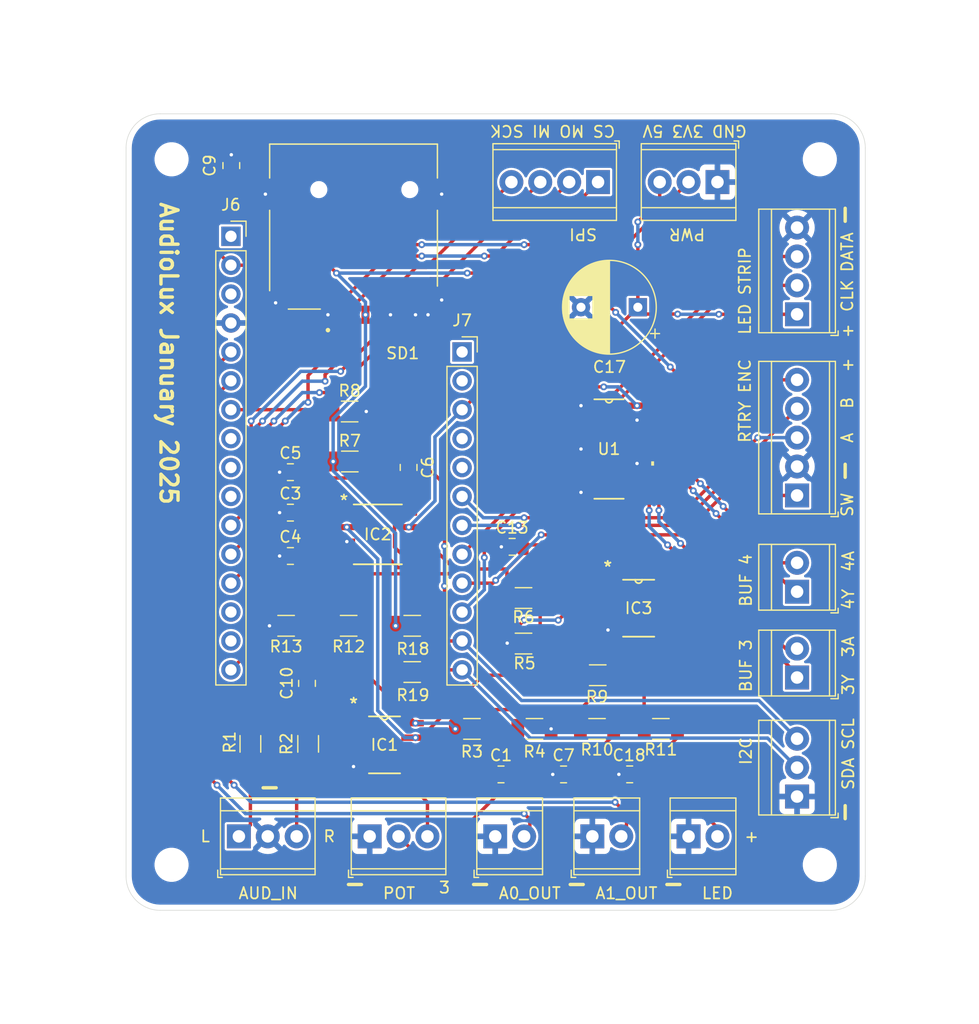
<source format=kicad_pcb>
(kicad_pcb (version 20240108) (generator "pcbnew") (generator_version "8.0")
  (layers (0 "F.Cu" signal) (31 "B.Cu" signal) (34 "B.Paste" user) (35 "F.Paste" user) (36 "B.SilkS" user "B.Silkscreen") (37 "F.SilkS" user "F.Silkscreen") (38 "B.Mask" user) (39 "F.Mask" user) (44 "Edge.Cuts" user))
  (net 0 "")
  (net 1 "GND")
  (net 2 "Net-(C7-Pad2)")
  (net 3 "A1")
  (net 4 "A0")
  (net 5 "3V3")
  (net 6 "A2")
  (net 7 "USB")
  (net 8 "Net-(C10-Pad2)")
  (net 9 "Net-(IC1-2IN+)")
  (net 10 "Net-(IC2-COM)")
  (net 11 "Net-(IC2-CLK)")
  (net 12 "Net-(IC2-OUT)")
  (net 13 "Net-(IC1-1IN+)")
  (net 14 "Net-(IC1-1IN-)")
  (net 15 "Net-(IC1-2IN-)")
  (net 16 "Net-(IC1-2OUT)")
  (net 17 "Net-(IC3-1IN-)")
  (net 18 "Net-(IC3-1OUT)")
  (net 22 "Net-(J4-Pin_2)")
  (net 23 "Net-(J3-Pin_1)")
  (net 24 "Net-(J3-Pin_3)")
  (net 25 "Net-(J5-Pin_2)")
  (net 35 "SD_CS")
  (net 36 "MI")
  (net 37 "TX")
  (net 38 "RX")
  (net 39 "SCK")
  (net 40 "MO")
  (net 41 "SDA")
  (net 42 "SCL")
  (net 43 "Net-(J2-Pin_1)")
  (net 44 "Net-(J2-Pin_2)")
  (net 45 "Net-(J9-Pin_1)")
  (net 46 "Net-(J9-Pin_2)")
  (net 47 "LED_DATA_5V")
  (net 48 "LED_CLK_5V")
  (net 49 "RE_B")
  (net 50 "RE_A")
  (net 51 "LED_DATA_3V3")
  (net 52 "LED_CLK_3V3")
  (net 53 "RE_SW1")
  (footprint "TerminalBlock_TE-Connectivity:TerminalBlock_TE_282834-4_1x04_P2.54mm_Horizontal" (layer "F.Cu") (at 141.5 56 180)
    (property "Reference" "J14" (hide yes))
    (property "Value" "Screw_Terminal_01x04")
  )
  (footprint "Capacitor_SMD:C_0805_2012Metric" (layer "F.Cu") (at 132.968 108.056)
    (property "Reference" "C1")
    (property "Value" "10uF")
  )
  (footprint "TerminalBlock_TE-Connectivity:TerminalBlock_TE_282834-2_1x02_P2.54mm_Horizontal" (layer "F.Cu") (at 132.46 113.5)
    (property "Reference" "J12" (hide yes))
    (property "Value" "Screw_Terminal_01x02")
  )
  (footprint "TerminalBlock_TE-Connectivity:TerminalBlock_TE_282834-3_1x03_P2.54mm_Horizontal" (layer "F.Cu") (at 109.92 113.5)
    (property "Reference" "J3")
    (property "Value" "Screw_Terminal_01x03")
  )
  (footprint "Resistor_SMD:R_1206_3216Metric" (layer "F.Cu") (at 119.5725 94.996 180)
    (property "Reference" "R12")
    (property "Value" "10k")
  )
  (footprint "TerminalBlock_TE-Connectivity:TerminalBlock_TE_282834-2_1x02_P2.54mm_Horizontal" (layer "F.Cu") (at 159 99.54 90)
    (property "Reference" "J9" (hide yes))
    (property "Value" "Screw_Terminal_01x02")
  )
  (footprint "TerminalBlock_TE-Connectivity:TerminalBlock_TE_282834-5_1x05_P2.54mm_Horizontal" (layer "F.Cu") (at 159 83.54 90)
    (property "Reference" "J11" (hide yes))
    (property "Value" "Screw_Terminal_01x05")
  )
  (footprint "Resistor_SMD:R_1206_3216Metric" (layer "F.Cu") (at 125.1605 99.06 180)
    (property "Reference" "R19")
    (property "Value" "10k")
  )
  (footprint "Resistor_SMD:R_1206_3216Metric" (layer "F.Cu") (at 114.0725 94.996 180)
    (property "Reference" "R13")
    (property "Value" "10k")
  )
  (footprint "Resistor_SMD:R_1206_3216Metric" (layer "F.Cu") (at 116.011 105.372 -90)
    (property "Reference" "R2")
    (property "Value" "10k")
  )
  (footprint "MAX7403CSA:21-0041B_8_MXM" (layer "F.Cu") (at 122.135 86.961)
    (property "Reference" "IC2")
    (property "Value" "MAX7403CSA+")
  )
  (footprint "Resistor_SMD:R_1206_3216Metric" (layer "F.Cu") (at 147.0242 104.056 180)
    (property "Reference" "R11")
    (property "Value" "150")
  )
  (footprint "Capacitor_SMD:C_0805_2012Metric" (layer "F.Cu") (at 144.281 108.0516 180)
    (property "Reference" "C18")
    (property "Value" "0.1uF")
  )
  (footprint "Capacitor_THT:CP_Radial_D8.0mm_P5.00mm" (layer "F.Cu") (at 145 67 180)
    (property "Reference" "C17")
    (property "Value" "1000uF")
  )
  (footprint "Capacitor_SMD:C_0805_2012Metric" (layer "F.Cu") (at 124.842 81.079 -90)
    (property "Reference" "C6")
    (property "Value" "10uF")
  )
  (footprint "Capacitor_SMD:C_0805_2012Metric" (layer "F.Cu") (at 109.2544 54.55 -90)
    (property "Reference" "C9")
    (property "Value" "0.1uF")
  )
  (footprint "Resistor_SMD:R_1206_3216Metric" (layer "F.Cu") (at 125.1605 94.996 180)
    (property "Reference" "R18")
    (property "Value" "10k")
  )
  (footprint "Resistor_SMD:R_1206_3216Metric" (layer "F.Cu") (at 141.4725 99.339 180)
    (property "Reference" "R9")
    (property "Value" "22k")
  )
  (footprint "Connector_PinSocket_2.54mm:PinSocket_1x12_P2.54mm_Vertical" (layer "F.Cu") (at 129.5458 70.9296)
    (property "Reference" "J7")
    (property "Value" "Conn_01x12_Socket")
  )
  (footprint "Resistor_SMD:R_1206_3216Metric" (layer "F.Cu") (at 141.4105 104.056 180)
    (property "Reference" "R10")
    (property "Value" "6.2k")
  )
  (footprint "MountingHole:MountingHole_2.5mm" (layer "F.Cu") (at 161 54)
    (property "Reference" "REF**" (hide yes))
    (property "Value" "MountingHole_2.5mm")
  )
  (footprint "TerminalBlock_TE-Connectivity:TerminalBlock_TE_282834-2_1x02_P2.54mm_Horizontal" (layer "F.Cu") (at 141 113.5)
    (property "Reference" "J13" (hide yes))
    (property "Value" "Screw_Terminal_01x02")
  )
  (footprint "TerminalBlock_TE-Connectivity:TerminalBlock_TE_282834-2_1x02_P2.54mm_Horizontal" (layer "F.Cu") (at 149.46 113.5)
    (property "Reference" "J5")
    (property "Value" "Screw_Terminal_01x02")
  )
  (footprint "Resistor_SMD:R_1206_3216Metric" (layer "F.Cu") (at 130.4105 104.056)
    (property "Reference" "R3")
    (property "Value" "10k")
  )
  (footprint "TerminalBlock_TE-Connectivity:TerminalBlock_TE_282834-3_1x03_P2.54mm_Horizontal" (layer "F.Cu") (at 121.42 113.5)
    (property "Reference" "J4")
    (property "Value" "Screw_Terminal_01x03")
  )
  (footprint "MSD-4-A:CUI_MSD-4-A" (layer "F.Cu") (at 120 59.9125 180)
    (property "Reference" "SD1")
    (property "Value" "MSD-4-A")
  )
  (footprint "Capacitor_SMD:C_0805_2012Metric" (layer "F.Cu") (at 114.45 88.862)
    (property "Reference" "C4")
    (property "Value" "0.1uF")
  )
  (footprint "TerminalBlock_TE-Connectivity:TerminalBlock_TE_282834-4_1x04_P2.54mm_Horizontal" (layer "F.Cu") (at 159 67.62 90)
    (property "Reference" "J10" (hide yes))
    (property "Value" "Screw_Terminal_01x04")
  )
  (footprint "MountingHole:MountingHole_2.5mm" (layer "F.Cu") (at 161 116)
    (property "Reference" "REF**" (hide yes))
    (property "Value" "MountingHole_2.5mm")
  )
  (footprint "Connector_PinSocket_2.54mm:PinSocket_1x16_P2.54mm_Vertical" (layer "F.Cu") (at 109.22 60.766)
    (property "Reference" "J6")
    (property "Value" "Conn_01x16_Socket")
  )
  (footprint "Resistor_SMD:R_1206_3216Metric" (layer "F.Cu") (at 134.948 96.556 180)
    (property "Reference" "R5")
    (property "Value" "7.5k")
  )
  (footprint "TerminalBlock_TE-Connectivity:TerminalBlock_TE_282834-3_1x03_P2.54mm_Horizontal" (layer "F.Cu") (at 159 110 90)
    (property "Reference" "J8")
    (property "Value" "Screw_Terminal_01x03")
  )
  (footprint "Capacitor_SMD:C_0805_2012Metric" (layer "F.Cu") (at 115.9105 100.056 -90)
    (property "Reference" "C10")
    (property "Value" "10uF")
  )
  (footprint "Capacitor_SMD:C_0805_2012Metric" (layer "F.Cu") (at 114.45 81.496)
    (property "Reference" "C5")
    (property "Value" "100pF")
  )
  (footprint "TerminalBlock_TE-Connectivity:TerminalBlock_TE_282834-2_1x02_P2.54mm_Horizontal" (layer "F.Cu") (at 159 92 90)
    (property "Reference" "J2" (hide yes))
    (property "Value" "Screw_Terminal_01x02")
  )
  (footprint "MountingHole:MountingHole_2.5mm" (layer "F.Cu") (at 104 54)
    (property "Reference" "REF**" (hide yes))
    (property "Value" "MountingHole_2.5mm")
  )
  (footprint "Resistor_SMD:R_1206_3216Metric" (layer "F.Cu") (at 119.6725 80.556)
    (property "Reference" "R7")
    (property "Value" "10k")
  )
  (footprint "MountingHole:MountingHole_2.5mm" (layer "F.Cu") (at 104 116)
    (property "Reference" "REF**" (hide yes))
    (property "Value" "MountingHole_2.5mm")
  )
  (footprint "Capacitor_SMD:C_0805_2012Metric" (layer "F.Cu") (at 114.45 85.052)
    (property "Reference" "C3")
    (property "Value" "0.1uF")
  )
  (footprint "LMV358IDR:D8" (layer "F.Cu") (at 122.72385 105.461)
    (property "Reference" "IC1")
    (property "Value" "LMV358IDR")
  )
  (footprint "Resistor_SMD:R_1206_3216Metric" (layer "F.Cu") (at 134.948 92.556)
    (property "Reference" "R6")
    (property "Value" "5k")
  )
  (footprint "Resistor_SMD:R_1206_3216Metric" (layer "F.Cu") (at 119.6579 76.162)
    (property "Reference" "R8")
    (property "Value" "10k")
  )
  (footprint "Capacitor_SMD:C_0805_2012Metric" (layer "F.Cu") (at 138.468 108.056)
    (property "Reference" "C7")
    (property "Value" "10uF")
  )
  (footprint "TerminalBlock_TE-Connectivity:TerminalBlock_TE_282834-3_1x03_P2.54mm_Horizontal" (layer "F.Cu") (at 152 56 180)
    (property "Reference" "J1")
    (property "Value" "Screw_Terminal_01x03")
  )
  (footprint "Resistor_SMD:R_1206_3216Metric" (layer "F.Cu") (at 135.9105 104.056)
    (property "Reference" "R4")
    (property "Value" "10k")
  )
  (footprint "Capacitor_SMD:C_0805_2012Metric" (layer "F.Cu") (at 133.948 88.056)
    (property "Reference" "C13")
    (property "Value" "0.1uF")
  )
  (footprint "Resistor_SMD:R_1206_3216Metric" (layer "F.Cu") (at 110.931 105.372 -90)
    (property "Reference" "R1")
    (property "Value" "10k")
  )
  (footprint "SN74AHCT125DR:D14" (layer "F.Cu") (at 142.4638 79.46)
    (property "Reference" "U1")
    (property "Value" "SN74AHCT125DR")
  )
  (footprint "LMV358IDR:D8" (layer "F.Cu") (at 145.07 93.449)
    (property "Reference" "IC3")
    (property "Value" "LMV358IDR")
  )
  (gr_arc (start 165 117) (mid 164.12132 119.12132) (end 162 120) (stroke (width 0.05)) (layer "Edge.Cuts"))
  (gr_line (start 165 53) (end 165 117) (stroke (width 0.05)) (layer "Edge.Cuts"))
  (gr_arc (start 103 120) (mid 100.87868 119.12132) (end 100 117) (stroke (width 0.05)) (layer "Edge.Cuts"))
  (gr_arc (start 100 53) (mid 100.87868 50.87868) (end 103 50) (stroke (width 0.05)) (layer "Edge.Cuts"))
  (gr_arc (start 162 50) (mid 164.12132 50.87868) (end 165 53) (stroke (width 0.05)) (layer "Edge.Cuts"))
  (gr_line (start 103 50) (end 162 50) (stroke (width 0.05)) (layer "Edge.Cuts"))
  (gr_line (start 100 117) (end 100 53) (stroke (width 0.05)) (layer "Edge.Cuts"))
  (gr_line (start 162 120) (end 103 120) (stroke (width 0.05)) (layer "Edge.Cuts"))
  (gr_text "-" (at 164 112.5 90) (layer "F.SilkS") (effects (font (size 1.5 1.5) (thickness 0.3) (bold yes)) (justify left bottom)))
  (gr_text "-" (at 119 118.5 0) (layer "F.SilkS") (effects (font (size 1.5 1.5) (thickness 0.3) (bold yes)) (justify left bottom)))
  (gr_text "A" (at 164 79 90) (layer "F.SilkS") (effects (font (size 1 1)) (justify left bottom)))
  (gr_text "-" (at 164 82.5 90) (layer "F.SilkS") (effects (font (size 1.5 1.5) (thickness 0.3) (bold yes)) (justify left bottom)))
  (gr_text "-" (at 111.5 110 0) (layer "F.SilkS") (effects (font (size 1.5 1.5) (thickness 0.3) (bold yes)) (justify left bottom)))
  (gr_text "SDA" (at 163.5 108 90) (layer "F.SilkS") (effects (font (size 1 1))))
  (gr_text "4Y  4A" (at 163.5 91 90) (layer "F.SilkS") (effects (font (size 1 1))))
  (gr_text "GND 3V3 5V" (at 150 51.5 180) (layer "F.SilkS") (effects (font (size 1 1))))
  (gr_text "AUD_IN" (at 112.5 118.5 0) (layer "F.SilkS") (effects (font (size 1 1))))
  (gr_text "-" (at 164 60 90) (layer "F.SilkS") (effects (font (size 1.5 1.5) (thickness 0.3) (bold yes)) (justify left bottom)))
  (gr_text "+" (at 155 113.5 0) (layer "F.SilkS") (effects (font (size 1 1))))
  (gr_text "POT" (at 124 118.5 0) (layer "F.SilkS") (effects (font (size 1 1))))
  (gr_text "AudioLux January 2025" (at 102.87 57.62 270) (layer "F.SilkS") (effects (font (size 1.5 1.5) (thickness 0.3) (bold yes)) (justify left bottom)))
  (gr_text "RTRY ENC" (at 155 79 90) (layer "F.SilkS") (effects (font (size 1 1)) (justify left bottom)))
  (gr_text "DATA" (at 164 64 90) (layer "F.SilkS") (effects (font (size 1 1)) (justify left bottom)))
  (gr_text "-" (at 147 118.5 0) (layer "F.SilkS") (effects (font (size 1.5 1.5) (thickness 0.3) (bold yes)) (justify left bottom)))
  (gr_text "CS MO MI SCK" (at 137.5 51.5 180) (layer "F.SilkS") (effects (font (size 1 1))))
  (gr_text "BUF 3" (at 154.5 98.5 90) (layer "F.SilkS") (effects (font (size 1 1))))
  (gr_text "L		    R" (at 112.46 113.5 0) (layer "F.SilkS") (effects (font (size 1 1))))
  (gr_text "LED STRIP" (at 155 69.5 90) (layer "F.SilkS") (effects (font (size 1 1)) (justify left bottom)))
  (gr_text "LED" (at 152 118.5 0) (layer "F.SilkS") (effects (font (size 1 1))))
  (gr_text "+" (at 163.5 69 0) (layer "F.SilkS") (effects (font (size 1 1))))
  (gr_text "BUF 4" (at 154.5 91 90) (layer "F.SilkS") (effects (font (size 1 1))))
  (gr_text "SCL" (at 163.5 104.5 90) (layer "F.SilkS") (effects (font (size 1 1))))
  (gr_text "+" (at 163.5 72 0) (layer "F.SilkS") (effects (font (size 1 1))))
  (gr_text "A1_OUT" (at 144 118.5 0) (layer "F.SilkS") (effects (font (size 1 1))))
  (gr_text "3Y  3A" (at 163.5 98.5 90) (layer "F.SilkS") (effects (font (size 1 1))))
  (gr_text "SW" (at 164 85.5 90) (layer "F.SilkS") (effects (font (size 1 1)) (justify left bottom)))
  (gr_text "-" (at 138.5 118.5 0) (layer "F.SilkS") (effects (font (size 1.5 1.5) (thickness 0.3) (bold yes)) (justify left bottom)))
  (gr_text "\n" (at 139 56 0) (layer "F.SilkS") (effects (font (size 1 1))))
  (gr_text "I2C" (at 154.5 106 90) (layer "F.SilkS") (effects (font (size 1 1))))
  (gr_text "PWR" (at 151 60 180) (layer "F.SilkS") (effects (font (size 1 1)) (justify left bottom)))
  (gr_text "3" (at 128 118 0) (layer "F.SilkS") (effects (font (size 1 1))))
  (gr_text "A0_OUT" (at 135.5 118.5 0) (layer "F.SilkS") (effects (font (size 1 1))))
  (gr_text "CLK" (at 164 67.5 90) (layer "F.SilkS") (effects (font (size 1 1)) (justify left bottom)))
  (gr_text "B" (at 164 76 90) (layer "F.SilkS") (effects (font (size 1 1)) (justify left bottom)))
  (gr_text "SPI" (at 141.5 60 180) (layer "F.SilkS") (effects (font (size 1 1)) (justify left bottom)))
  (gr_text "-" (at 130 118.5 0) (layer "F.SilkS") (effects (font (size 1.5 1.5) (thickness 0.3) (bold yes)) (justify left bottom)))
  (via (at 113.5 81.496) (size 0.6) (drill 0.3) (layers "F.Cu" "B.Cu") (net 1))
  (via (at 142.3728 95.3644) (size 0.6) (drill 0.3) (layers "F.Cu" "B.Cu") (net 1))
  (via (at 127.75 66.3625) (size 0.6) (drill 0.3) (layers "F.Cu" "B.Cu") (net 1))
  (via (at 133.5114 96.52) (size 0.6) (drill 0.3) (layers "F.Cu" "B.Cu") (net 1))
  (via (at 137.518 108.056) (size 0.6) (drill 0.3) (layers "F.Cu" "B.Cu") (net 1))
  (via (at 119.41085 87.596) (size 0.6) (drill 0.3) (layers "F.Cu" "B.Cu") (net 1))
  (via (at 144.9276 80.73) (size 0.6) (drill 0.3) (layers "F.Cu" "B.Cu") (net 1))
  (via (at 127.75 57.0625) (size 0.6) (drill 0.3) (layers "F.Cu" "B.Cu") (net 1))
  (via (at 140 83.27) (size 0.6) (drill 0.3) (layers "F.Cu" "B.Cu") (net 1))
  (via (at 113.15 66.6125) (size 0.6) (drill 0.3) (layers "F.Cu" "B.Cu") (net 1))
  (via (at 112.61 94.996) (size 0.6) (drill 0.3) (layers "F.Cu" "B.Cu") (net 1))
  (via (at 117.75 67.6625) (size 0.6) (drill 0.3) (layers "F.Cu" "B.Cu") (net 1))
  (via (at 121.1204 76.162) (size 0.6) (drill 0.3) (layers "F.Cu" "B.Cu") (net 1))
  (via (at 125.45 67.6625) (size 0.6) (drill 0.3) (layers "F.Cu" "B.Cu") (net 1))
  (via (at 123.25 67.6625) (size 0.6) (drill 0.3) (layers "F.Cu" "B.Cu") (net 1))
  (via (at 140 79.46) (size 0.6) (drill 0.3) (layers "F.Cu" "B.Cu") (net 1))
  (via (at 112.25 57.0625) (size 0.6) (drill 0.3) (layers "F.Cu" "B.Cu") (net 1))
  (via (at 132.998 88.056) (size 0.6) (drill 0.3) (layers "F.Cu" "B.Cu") (net 1))
  (via (at 143.331 108.0516) (size 0.6) (drill 0.3) (layers "F.Cu" "B.Cu") (net 1))
  (via (at 113.5 85.052) (size 0.6) (drill 0.3) (layers "F.Cu" "B.Cu") (net 1))
  (via (at 119.9997 107.366) (size 0.6) (drill 0.3) (layers "F.Cu" "B.Cu") (net 1))
  (via (at 126.55 67.6625) (size 0.6) (drill 0.3) (layers "F.Cu" "B.Cu") (net 1))
  (via (at 113.5 88.862) (size 0.6) (drill 0.3) (layers "F.Cu" "B.Cu") (net 1))
  (via (at 137.373 104.056) (size 0.6) (drill 0.3) (layers "F.Cu" "B.Cu") (net 1))
  (via (at 140 75.65) (size 0.6) (drill 0.3) (layers "F.Cu" "B.Cu") (net 1))
  (via (at 144.9276 76.92) (size 0.6) (drill 0.3) (layers "F.Cu" "B.Cu") (net 1))
  (via (at 109.2544 53.6) (size 0.6) (drill 0.3) (layers "F.Cu" "B.Cu") (net 1))
  (segment (start 139.418 108.056) (end 142.873 104.601) (width 0.3) (layer "F.Cu") (net 2))
  (segment (start 107 75.686) (end 109.22 73.466) (width 0.3) (layer "F.Cu") (net 3))
  (segment (start 144 111.5) (end 144 113.5) (width 0.3) (layer "F.Cu") (net 3))
  (segment (start 143 110.5) (end 144 111.5) (width 0.3) (layer "F.Cu") (net 3))
  (segment (start 107 106.5) (end 107 75.686) (width 0.3) (layer "F.Cu") (net 3))
  (segment (start 109.5 109) (end 107 106.5) (width 0.3) (layer "F.Cu") (net 3))
  (via (at 109.5 109) (size 0.6) (drill 0.3) (layers "F.Cu" "B.Cu") (net 3))
  (via (at 143 110.5) (size 0.6) (drill 0.3) (layers "F.Cu" "B.Cu") (net 3))
  (segment (start 111 110.5) (end 143 110.5) (width 0.3) (layer "B.Cu") (net 3))
  (segment (start 109.5 109) (end 111 110.5) (width 0.3) (layer "B.Cu") (net 3))
  (segment (start 135.5 113.5) (end 135.5 112) (width 0.3) (layer "F.Cu") (net 4))
  (segment (start 135.5 112) (end 135 111.5) (width 0.3) (layer "F.Cu") (net 4))
  (segment (start 106 74.146) (end 106 107) (width 0.3) (layer "F.Cu") (net 4))
  (segment (start 109.22 70.926) (end 106 74.146) (width 0.3) (layer "F.Cu") (net 4))
  (segment (start 106 107) (end 108 109) (width 0.3) (layer "F.Cu") (net 4))
  (via (at 108 109) (size 0.6) (drill 0.3) (layers "F.Cu" "B.Cu") (net 4))
  (via (at 135 111.5) (size 0.6) (drill 0.3) (layers "F.Cu" "B.Cu") (net 4))
  (segment (start 110.5 111.5) (end 108 109) (width 0.3) (layer "B.Cu") (net 4))
  (segment (start 135 111.5) (end 110.5 111.5) (width 0.3) (layer "B.Cu") (net 4))
  (segment (start 139.59735 64) (end 141.46 64) (width 0.3) (layer "F.Cu") (net 5))
  (segment (start 147.847349 72.25) (end 148.977349 73.38) (width 0.3) (layer "F.Cu") (net 5))
  (segment (start 141.46 64) (end 149.46 56) (width 0.3) (layer "F.Cu") (net 5))
  (segment (start 141.46 64) (end 130 64) (width 0.3) (layer "F.Cu") (net 5))
  (segment (start 118.5 64) (end 117.806 63.306) (width 0.3) (layer "F.Cu") (net 5))
  (segment (start 123.698 99.06) (end 123.698 94.996) (width 0.3) (layer "F.Cu") (net 5))
  (segment (start 107.5 61.586) (end 109.22 63.306) (width 0.3) (layer "F.Cu") (net 5))
  (segment (start 148.977349 73.38) (end 159 73.38) (width 0.3) (layer "F.Cu") (net 5))
  (segment (start 143.048675 67.451325) (end 139.59735 64) (width 0.3) (layer "F.Cu") (net 5))
  (segment (start 117.806 63.306) (end 109.22 63.306) (width 0.3) (layer "F.Cu") (net 5))
  (segment (start 107.5 57.2544) (end 107.5 61.586) (width 0.3) (layer "F.Cu") (net 5))
  (segment (start 109.2544 55.5) (end 107.5 57.2544) (width 0.3) (layer "F.Cu") (net 5))
  (via (at 121.05 67.6625) (size 0.6) (drill 0.3) (layers "F.Cu" "B.Cu") (net 5))
  (via (at 143.048675 67.451325) (size 0.6) (drill 0.3) (layers "F.Cu" "B.Cu") (net 5))
  (via (at 130 64) (size 0.6) (drill 0.3) (layers "F.Cu" "B.Cu") (net 5))
  (via (at 147.847349 72.25) (size 0.6) (drill 0.3) (layers "F.Cu" "B.Cu") (net 5))
  (via (at 118.21 80.556) (size 0.6) (drill 0.3) (layers "F.Cu" "B.Cu") (net 5))
  (via (at 123.698 94.996) (size 0.6) (drill 0.3) (layers "F.Cu" "B.Cu") (net 5))
  (via (at 118.5 64) (size 0.6) (drill 0.3) (layers "F.Cu" "B.Cu") (net 5))
  (segment (start 147.847349 72.25) (end 143.048675 67.451326) (width 0.3) (layer "B.Cu") (net 5))
  (segment (start 123.698 86.868) (end 118.21 81.38) (width 0.3) (layer "B.Cu") (net 5))
  (segment (start 118.21 76.79) (end 118.21 80.556) (width 0.3) (layer "B.Cu") (net 5))
  (segment (start 123.698 94.996) (end 123.698 86.868) (width 0.3) (layer "B.Cu") (net 5))
  (segment (start 118.5 64) (end 130 64) (width 0.3) (layer "B.Cu") (net 5))
  (segment (start 143.048675 67.451326) (end 143.048675 67.451325) (width 0.3) (layer "B.Cu") (net 5))
  (segment (start 121.05 73.95) (end 118.21 76.79) (width 0.3) (layer "B.Cu") (net 5))
  (segment (start 121.05 67.6625) (end 121.05 73.95) (width 0.3) (layer "B.Cu") (net 5))
  (segment (start 121.05 66.55) (end 121.05 67.6625) (width 0.3) (layer "B.Cu") (net 5))
  (segment (start 118.5 64) (end 121.05 66.55) (width 0.3) (layer "B.Cu") (net 5))
  (segment (start 118.21 80.556) (end 118.21 81.38) (width 0.2) (layer "B.Cu") (net 5))
  (segment (start 109.22 76.006) (end 118.0394 76.006) (width 0.3) (layer "F.Cu") (net 6))
  (segment (start 134.5104 94.9896) (end 128.9896 94.9896) (width 0.3) (layer "F.Cu") (net 6))
  (segment (start 138 94.5) (end 138.416 94.084) (width 0.3) (layer "F.Cu") (net 6))
  (segment (start 125.567 80.129) (end 121.562 80.129) (width 0.3) (layer "F.Cu") (net 6))
  (segment (start 135 94.5) (end 134.5104 94.9896) (width 0.3) (layer "F.Cu") (net 6))
  (segment (start 121.562 80.129) (end 121.135 80.556) (width 0.3) (layer "F.Cu") (net 6))
  (segment (start 128 88) (end 128 82.566946) (width 0.3) (layer "F.Cu") (net 6))
  (segment (start 138.416 94.084) (end 142.34585 94.084) (width 0.3) (layer "F.Cu") (net 6))
  (segment (start 128 94) (end 128 91.5) (width 0.3) (layer "F.Cu") (net 6))
  (segment (start 128.9896 94.9896) (end 128 94) (width 0.3) (layer "F.Cu") (net 6))
  (segment (start 118.1954 76.162) (end 121.135 79.1016) (width 0.3) (layer "F.Cu") (net 6))
  (segment (start 128 82.566946) (end 125.562054 80.129) (width 0.3) (layer "F.Cu") (net 6))
  (segment (start 121.135 79.1016) (end 121.135 80.556) (width 0.3) (layer "F.Cu") (net 6))
  (via (at 128 91.5) (size 0.6) (drill 0.3) (layers "F.Cu" "B.Cu") (net 6))
  (via (at 128 88) (size 0.6) (drill 0.3) (layers "F.Cu" "B.Cu") (net 6))
  (via (at 138 94.5) (size 0.6) (drill 0.3) (layers "F.Cu" "B.Cu") (net 6))
  (via (at 135 94.5) (size 0.6) (drill 0.3) (layers "F.Cu" "B.Cu") (net 6))
  (segment (start 138 94.5) (end 135 94.5) (width 0.3) (layer "B.Cu") (net 6))
  (segment (start 128 88) (end 128 91.5) (width 0.3) (layer "B.Cu") (net 6))
  (segment (start 121.035 99.143) (end 125.448 103.556) (width 0.3) (layer "F.Cu") (net 7))
  (segment (start 138 74) (end 136.5 74) (width 0.3) (layer "F.Cu") (net 7))
  (segment (start 119.41085 88.866) (end 120.96885 90.424) (width 0.3) (layer "F.Cu") (net 7))
  (segment (start 142 74) (end 139 74) (width 0.3) (layer "F.Cu") (net 7))
  (segment (start 145 67) (end 145.60038 67.60038) (width 0.3) (layer "F.Cu") (net 7))
  (segment (start 121.035 94.556) (end 121.035 99.143) (width 0.3) (layer "F.Cu") (net 7))
  (segment (start 135.07 87.884) (end 144.13415 87.884) (width 0.3) (layer "F.Cu") (net 7))
  (segment (start 133.4855 90.0309) (end 133.5114 90.005) (width 0.3) (layer "F.Cu") (net 7))
  (segment (start 131.5554 74) (end 131.5277 74.0277) (width 0.3) (layer "F.Cu") (net 7))
  (segment (start 128.784575 90.005) (end 128.8651 90.005) (width 0.3) (layer "F.Cu") (net 7))
  (segment (start 144.13415 87.884) (end 147.79415 91.544) (width 0.3) (layer "F.Cu") (net 7))
  (segment (start 146.92 57.58) (end 146.92 56) (width 0.3) (layer "F.Cu") (net 7))
  (segment (start 145 61.5) (end 145 67) (width 0.3) (layer "F.Cu") (net 7))
  (segment (start 120.96885 90.424) (end 128.365575 90.424) (width 0.3) (layer "F.Cu") (net 7))
  (segment (start 129.5458 76.0096) (end 131.5277 74.0277) (width 0.3) (layer "F.Cu") (net 7))
  (segment (start 145 59.5) (end 146.92 57.58) (width 0.3) (layer "F.Cu") (net 7))
  (segment (start 152.12 67.62) (end 159 67.62) (width 0.3) (layer "F.Cu") (net 7))
  (segment (start 128.365575 90.424) (end 128.784575 90.005) (width 0.3) (layer "F.Cu") (net 7))
  (segment (start 119.40685 88.862) (end 119.41085 88.866) (width 0.3) (layer "F.Cu") (net 7))
  (segment (start 139 74) (end 136.5 74) (width 0.3) (layer "F.Cu") (net 7))
  (segment (start 145.60038 67.60038) (end 148.5 67.60038) (width 0.3) (layer "F.Cu") (net 7))
  (segment (start 145 67) (end 138 74) (width 0.3) (layer "F.Cu") (net 7))
  (segment (start 136.5 74) (end 131.5554 74) (width 0.3) (layer "F.Cu") (net 7))
  (segment (start 121.035 94.556) (end 121.035 90.49015) (width 0.3) (layer "F.Cu") (net 7))
  (segment (start 133.5114 90.005) (end 134.898 88.6184) (width 0.3) (layer "F.Cu") (net 7))
  (segment (start 133.4855 92.556) (end 133.4855 90.0309) (width 0.3) (layer "F.Cu") (net 7))
  (segment (start 128.8651 90.005) (end 133.5114 90.005) (width 0.3) (layer "F.Cu") (net 7))
  (segment (start 121.035 90.49015) (end 119.41085 88.866) (width 0.2) (layer "F.Cu") (net 7))
  (segment (start 125.1861 86.326) (end 128.8651 90.005) (width 0.3) (layer "F.Cu") (net 7))
  (segment (start 115.4 88.862) (end 119.40685 88.862) (width 0.3) (layer "F.Cu") (net 7))
  (via (at 148.5 67.60038) (size 0.6) (drill 0.3) (layers "F.Cu" "B.Cu") (net 7))
  (via (at 128.948 104.056) (size 0.6) (drill 0.3) (layers "F.Cu" "B.Cu") (net 7))
  (via (at 124.85915 86.326) (size 0.6) (drill 0.3) (layers "F.Cu" "B.Cu") (net 7))
  (via (at 142 74) (size 0.6) (drill 0.3) (layers "F.Cu" "B.Cu") (net 7))
  (via (at 145 61.5) (size 0.6) (drill 0.3) (layers "F.Cu" "B.Cu") (net 7))
  (via (at 145 59.5) (size 0.6) (drill 0.3) (layers "F.Cu" "B.Cu") (net 7))
  (via (at 144.9276 75.65) (size 0.6) (drill 0.3) (layers "F.Cu" "B.Cu") (net 7))
  (via (at 125.448 103.556) (size 0.6) (drill 0.3) (layers "F.Cu" "B.Cu") (net 7))
  (via (at 152.12 67.62) (size 0.6) (drill 0.3) (layers "F.Cu" "B.Cu") (net 7))
  (segment (start 144.9276 75.65) (end 143.2776 74) (width 0.3) (layer "B.Cu") (net 7))
  (segment (start 148.51962 67.62) (end 152.12 67.62) (width 0.3) (layer "B.Cu") (net 7))
  (segment (start 124.85915 86.326) (end 127.1614 84.02375) (width 0.3) (layer "B.Cu") (net 7))
  (segment (start 125.448 103.556) (end 128.448 103.556) (width 0.3) (layer "B.Cu") (net 7))
  (segment (start 127.1614 84.02375) (end 127.1614 78.394) (width 0.3) (layer "B.Cu") (net 7))
  (segment (start 127.1614 78.394) (end 129.5458 76.0096) (width 0.3) (layer "B.Cu") (net 7))
  (segment (start 145 61.5) (end 145 59.5) (width 0.3) (layer "B.Cu") (net 7))
  (segment (start 128.448 103.556) (end 128.948 104.056) (width 0.3) (layer "B.Cu") (net 7))
  (segment (start 143.2776 74) (end 142 74) (width 0.3) (layer "B.Cu") (net 7))
  (segment (start 148.5 67.60038) (end 148.51962 67.62) (width 0.3) (layer "B.Cu") (net 7))
  (segment (start 116.011 103.9095) (end 110.931 103.9095) (width 0.3) (layer "F.Cu") (net 8))
  (segment (start 116.011 103.9095) (end 116.011 101.1065) (width 0.3) (layer "F.Cu") (net 8))
  (segment (start 131.873 107.911) (end 131.873 104.056) (width 0.3) (layer "F.Cu") (net 9))
  (segment (start 134.448 104.056) (end 131.873 104.056) (width 0.3) (layer "F.Cu") (net 9))
  (segment (start 131.87 108.204) (end 126.286 108.204) (width 0.3) (layer "F.Cu") (net 9))
  (segment (start 126.286 108.204) (end 125.448 107.366) (width 0.3) (layer "F.Cu") (net 9))
  (segment (start 126.286562 88.696462) (end 126.286562 89.881822) (width 0.3) (layer "F.Cu") (net 10))
  (segment (start 120.2186 85.056) (end 119.593 85.056) (width 0.3) (layer "F.Cu") (net 10))
  (segment (start 122.5894 88.54466) (end 122.5894 87.4268) (width 0.3) (layer "F.Cu") (net 10))
  (segment (start 125.1861 87.596) (end 126.286562 88.696462) (width 0.3) (layer "F.Cu") (net 10))
  (segment (start 119.40685 85.052) (end 119.41085 85.056) (width 0.3) (layer "F.Cu") (net 10))
  (segment (start 123.926562 89.881822) (end 122.5894 88.54466) (width 0.3) (layer "F.Cu") (net 10))
  (segment (start 115.4 85.052) (end 119.40685 85.052) (width 0.3) (layer "F.Cu") (net 10))
  (segment (start 122.5894 87.4268) (end 120.2186 85.056) (width 0.3) (layer "F.Cu") (net 10))
  (segment (start 126.286562 89.881822) (end 123.926562 89.881822) (width 0.3) (layer "F.Cu") (net 10))
  (segment (start 126.066 83.84915) (end 126.066 81.623) (width 0.3) (layer "F.Cu") (net 11))
  (segment (start 115.4 81.496) (end 115.908 82.004) (width 0.3) (layer "F.Cu") (net 11))
  (segment (start 125.558 81.115) (end 124.0594 81.115) (width 0.3) (layer "F.Cu") (net 11))
  (segment (start 124.85915 85.056) (end 126.066 83.84915) (width 0.3) (layer "F.Cu") (net 11))
  (segment (start 124.0594 81.115) (end 123.1704 82.004) (width 0.3) (layer "F.Cu") (net 11))
  (segment (start 126.066 81.623) (end 125.558 81.115) (width 0.3) (layer "F.Cu") (net 11))
  (segment (start 115.908 82.004) (end 123.1704 82.004) (width 0.3) (layer "F.Cu") (net 11))
  (segment (start 124.3956 88.866) (end 123.6054 88.0758) (width 0.3) (layer "F.Cu") (net 12))
  (segment (start 123.6054 88.0758) (end 123.6054 83.2656) (width 0.3) (layer "F.Cu") (net 12))
  (segment (start 123.6054 83.2656) (end 124.842 82.029) (width 0.3) (layer "F.Cu") (net 12))
  (segment (start 119.53615 106.096) (end 118.11 104.66985) (width 0.3) (layer "F.Cu") (net 13))
  (segment (start 118.11 101.3055) (end 115.9105 99.106) (width 0.3) (layer "F.Cu") (net 13))
  (segment (start 118.11 94.996) (end 115.535 94.996) (width 0.3) (layer "F.Cu") (net 13))
  (segment (start 115.535 98.7305) (end 115.57 98.7655) (width 0.3) (layer "F.Cu") (net 13))
  (segment (start 115.535 94.996) (end 115.535 98.7305) (width 0.3) (layer "F.Cu") (net 13))
  (segment (start 118.11 104.66985) (end 118.11 101.3055) (width 0.3) (layer "F.Cu") (net 13))
  (segment (start 120.826 104.826) (end 126.5 110.5) (width 0.3) (layer "F.Cu") (net 14))
  (segment (start 119.9997 104.826) (end 120.826 104.826) (width 0.3) (layer "F.Cu") (net 14))
  (segment (start 119.9997 103.556) (end 119.9997 104.826) (width 0.3) (layer "F.Cu") (net 14))
  (segment (start 126.5 110.5) (end 126.5 113.5) (width 0.3) (layer "F.Cu") (net 14))
  (segment (start 130.556 105.156) (end 130.556 102.87) (width 0.3) (layer "F.Cu") (net 15))
  (segment (start 139.948 104.056) (end 139.948 102.326) (width 0.3) (layer "F.Cu") (net 15))
  (segment (start 131.064 102.362) (end 139.912 102.362) (width 0.3) (layer "F.Cu") (net 15))
  (segment (start 139.948 102.326) (end 142.935 99.339) (width 0.3) (layer "F.Cu") (net 15))
  (segment (start 130.556 102.87) (end 131.064 102.362) (width 0.3) (layer "F.Cu") (net 15))
  (segment (start 129.616 106.096) (end 130.556 105.156) (width 0.3) (layer "F.Cu") (net 15))
  (segment (start 125.448 106.096) (end 129.616 106.096) (width 0.3) (layer "F.Cu") (net 15))
  (segment (start 139.912 102.362) (end 139.948 102.326) (width 0.3) (layer "F.Cu") (net 15))
  (segment (start 131.39855 99.339) (end 140.01 99.339) (width 0.3) (layer "F.Cu") (net 16))
  (segment (start 125.91155 104.826) (end 131.39855 99.339) (width 0.3) (layer "F.Cu") (net 16))
  (via (at 119.41085 86.326) (size 0.6) (drill 0.3) (layers "F.Cu" "B.Cu") (net 16))
  (via (at 125.448 104.826) (size 0.6) (drill 0.3) (layers "F.Cu" "B.Cu") (net 16))
  (segment (start 125.448 104.826) (end 124.504 104.826) (width 0.3) (layer "B.Cu") (net 16))
  (segment (start 119.41085 86.39785) (end 119.41085 86.326) (width 0.3) (layer "B.Cu") (net 16))
  (segment (start 122.129 89.116) (end 119.41085 86.39785) (width 0.3) (layer "B.Cu") (net 16))
  (segment (start 124.504 104.826) (end 122.129 102.451) (width 0.3) (layer "B.Cu") (net 16))
  (segment (start 122.129 102.451) (end 122.129 89.116) (width 0.3) (layer "B.Cu") (net 16))
  (segment (start 136.6661 92.8116) (end 142.34345 92.8116) (width 0.3) (layer "F.Cu") (net 17))
  (segment (start 136.4105 96.556) (end 136.4105 92.556) (width 0.3) (layer "F.Cu") (net 17))
  (segment (start 145.551 93.551) (end 145.551 104.0453) (width 0.3) (layer "F.Cu") (net 18))
  (segment (start 143.544 91.544) (end 145.551 93.551) (width 0.3) (layer "F.Cu") (net 18))
  (segment (start 142.6728 91.544) (end 143.544 91.544) (width 0.3) (layer "F.Cu") (net 18))
  (segment (start 133.918 108.582) (end 127 115.5) (width 0.3) (layer "F.Cu") (net 22))
  (segment (start 127 115.5) (end 125.96 115.5) (width 0.3) (layer "F.Cu") (net 22))
  (segment (start 133.918 108.056) (end 133.918 108.582) (width 0.3) (layer "F.Cu") (net 22))
  (segment (start 125.96 115.5) (end 123.96 113.5) (width 0.3) (layer "F.Cu") (net 22))
  (segment (start 110.931 112.489) (end 109.92 113.5) (width 0.3) (layer "F.Cu") (net 23))
  (segment (start 110.931 106.8345) (end 110.931 112.489) (width 0.3) (layer "F.Cu") (net 23))
  (segment (start 115 107.8455) (end 115 113.5) (width 0.3) (layer "F.Cu") (net 24))
  (segment (start 116.011 106.8345) (end 115 107.8455) (width 0.3) (layer "F.Cu") (net 24))
  (segment (start 148.4867 104.056) (end 148.4867 104.8111) (width 0.3) (layer "F.Cu") (net 25))
  (segment (start 145.231 108.0516) (end 147.3116 108.0516) (width 0.3) (layer "F.Cu") (net 25))
  (segment (start 147.3116 108.0516) (end 152 112.74) (width 0.3) (layer "F.Cu") (net 25))
  (segment (start 152 112.74) (end 152 113) (width 0.3) (layer "F.Cu") (net 25))
  (segment (start 148.4867 104.8111) (end 145.2462 108.0516) (width 0.3) (layer "F.Cu") (net 25))
  (segment (start 116 73) (end 118.85 70.15) (width 0.3) (layer "F.Cu") (net 35))
  (segment (start 118.85 70.15) (end 118.85 67.6625) (width 0.3) (layer "F.Cu") (net 35))
  (segment (start 126 61.5) (end 123.9125 61.5) (width 0.3) (layer "F.Cu") (net 35))
  (segment (start 116 75.356) (end 116 73) (width 0.3) (layer "F.Cu") (net 35))
  (segment (start 135 61.5) (end 136 61.5) (width 0.3) (layer "F.Cu") (net 35))
  (segment (start 114 77) (end 112.5 78.5) (width 0.3) (layer "F.Cu") (net 35))
  (segment (start 136 61.5) (end 141.5 56) (width 0.3) (layer "F.Cu") (net 35))
  (segment (start 118.85 66.5625) (end 118.85 67.6625) (width 0.3) (layer "F.Cu") (net 35))
  (segment (start 111 93.418276) (end 111 97.086) (width 0.3) (layer "F.Cu") (net 35))
  (segment (start 123.9125 61.5) (end 118.85 66.5625) (width 0.3) (layer "F.Cu") (net 35))
  (segment (start 112.5 91.918276) (end 111 93.418276) (width 0.3) (layer "F.Cu") (net 35))
  (segment (start 112.5 78.5) (end 112.5 91.918276) (width 0.3) (layer "F.Cu") (net 35))
  (segment (start 111 97.086) (end 109.22 98.866) (width 0.3) (layer "F.Cu") (net 35))
  (via (at 135 61.5) (size 0.6) (drill 0.3) (layers "F.Cu" "B.Cu") (net 35))
  (via (at 114 77) (size 0.6) (drill 0.3) (layers "F.Cu" "B.Cu") (net 35))
  (via (at 116 75.356) (size 0.6) (drill 0.3) (layers "F.Cu" "B.Cu") (net 35))
  (via (at 126 61.5) (size 0.6) (drill 0.3) (layers "F.Cu" "B.Cu") (net 35))
  (segment (start 116 75.356) (end 115.644 75.356) (width 0.3) (layer "B.Cu") (net 35))
  (segment (start 126 61.5) (end 135 61.5) (width 0.3) (layer "B.Cu") (net 35))
  (segment (start 115.644 75.356) (end 114 77) (width 0.3) (layer "B.Cu") (net 35))
  (segment (start 112 88.466) (end 109.22 91.246) (width 0.3) (layer "F.Cu") (net 36))
  (segment (start 124.35 66.9125) (end 126.7625 64.5) (width 0.3) (layer "F.Cu") (net 36))
  (segment (start 124.35 67.6625) (end 124.35 66.9125) (width 0.3) (layer "F.Cu") (net 36))
  (segment (start 124.35 68.4125) (end 124.35 67.6625) (width 0.3) (layer "F.Cu") (net 36))
  (segment (start 127.92 64.5) (end 136.42 56) (width 0.3) (layer "F.Cu") (net 36))
  (segment (start 112 78) (end 112 88.466) (width 0.3) (layer "F.Cu") (net 36))
  (segment (start 118.2625 74.5) (end 124.35 68.4125) (width 0.3) (layer "F.Cu") (net 36))
  (segment (start 126.7625 64.5) (end 127.92 64.5) (width 0.3) (layer "F.Cu") (net 36))
  (segment (start 113 77) (end 112 78) (width 0.3) (layer "F.Cu") (net 36))
  (segment (start 117 74.5) (end 118.2625 74.5) (width 0.3) (layer "F.Cu") (net 36))
  (via (at 113 77) (size 0.6) (drill 0.3) (layers "F.Cu" "B.Cu") (net 36))
  (via (at 117 74.5) (size 0.6) (drill 0.3) (layers "F.Cu" "B.Cu") (net 36))
  (segment (start 115.5 74.5) (end 113 77) (width 0.3) (layer "B.Cu") (net 36))
  (segment (start 117 74.5) (end 115.5 74.5) (width 0.3) (layer "B.Cu") (net 36))
  (segment (start 111 77) (end 111 84.386) (width 0.3) (layer "F.Cu") (net 39))
  (segment (start 122.15 69.35) (end 122.15 67.6625) (width 0.3) (layer "F.Cu") (net 39))
  (segment (start 125.5 63.5) (end 126.38 63.5) (width 0.3) (layer "F.Cu") (net 39))
  (segment (start 126.38 63.5) (end 133.88 56) (width 0.3) (layer "F.Cu") (net 39))
  (segment (start 122.15 66.85) (end 125.5 63.5) (width 0.3) (layer "F.Cu") (net 39))
  (segment (start 111 84.386) (end 109.22 86.166) (width 0.3) (layer "F.Cu") (net 39))
  (segment (start 122.15 67.6625) (end 122.15 66.85) (width 0.3) (layer "F.Cu") (net 39))
  (segment (start 118.86538 72.63462) (end 122.15 69.35) (width 0.3) (layer "F.Cu") (net 39))
  (via (at 111 77) (size 0.6) (drill 0.3) (layers "F.Cu" "B.Cu") (net 39))
  (via (at 118.86538 72.63462) (size 0.6) (drill 0.3) (layers "F.Cu" "B.Cu") (net 39))
  (segment (start 118.86538 72.63462) (end 115.36538 72.63462) (width 0.3) (layer "B.Cu") (net 39))
  (segment (start 115.36538 72.63462) (end 111 77) (width 0.3) (layer "B.Cu") (net 39))
  (segment (start 117.5 72.925) (end 119.95 70.475) (width 0.3) (layer "F.Cu") (net 40))
  (segment (start 111.5 77.5) (end 111.5 86.426) (width 0.3) (layer "F.Cu") (net 40))
  (segment (start 131.5 62.5) (end 132.46 62.5) (width 0.3) (layer "F.Cu") (net 40))
  (segment (start 119.95 66.9125) (end 119.95 67.6625) (width 0.3) (layer "F.Cu") (net 40))
  (segment (start 119.95 70.475) (end 119.95 67.6625) (width 0.3) (layer "F.Cu") (net 40))
  (segment (start 124.3625 62.5) (end 119.95 66.9125) (width 0.3) (layer "F.Cu") (net 40))
  (segment (start 126 62.5) (end 124.3625 62.5) (width 0.3) (layer "F.Cu") (net 40))
  (segment (start 117.5 73.5) (end 117.5 72.925) (width 0.3) (layer "F.Cu") (net 40))
  (segment (start 112 77) (end 111.5 77.5) (width 0.3) (layer "F.Cu") (net 40))
  (segment (start 111.5 86.426) (end 109.22 88.706) (width 0.3) (layer "F.Cu") (net 40))
  (segment (start 132.46 62.5) (end 138.96 56) (width 0.3) (layer "F.Cu") (net 40))
  (via (at 112 77) (size 0.6) (drill 0.3) (layers "F.Cu" "B.Cu") (net 40))
  (via (at 117.5 73.5) (size 0.6) (drill 0.3) (layers "F.Cu" "B.Cu") (net 40))
  (via (at 126 62.5) (size 0.6) (drill 0.3) (layers "F.Cu" "B.Cu") (net 40))
  (via (at 131.5 62.5) (size 0.6) (drill 0.3) (layers "F.Cu" "B.Cu") (net 40))
  (segment (start 117.5 73.5) (end 115.5 73.5) (width 0.3) (layer "B.Cu") (net 40))
  (segment (start 115.5 73.5) (end 112 77) (width 0.3) (layer "B.Cu") (net 40))
  (segment (start 126 62.5) (end 131.5 62.5) (width 0.3) (layer "B.Cu") (net 40))
  (segment (start 126.8134 98.8696) (end 129.5458 98.8696) (width 0.3) (layer "F.Cu") (net 41))
  (segment (start 156.404 104.864) (end 159 107.46) (width 0.3) (layer "B.Cu") (net 41))
  (segment (start 135.5402 104.864) (end 156.404 104.864) (width 0.3) (layer "B.Cu") (net 41))
  (segment (start 129.5458 98.8696) (end 135.5402 104.864) (width 0.3) (layer "B.Cu") (net 41))
  (segment (start 129.5458 96.3296) (end 127.9566 96.3296) (width 0.3) (layer "F.Cu") (net 42))
  (segment (start 127.9566 96.3296) (end 126.623 94.996) (width 0.3) (layer "F.Cu") (net 42))
  (segment (start 155.642 101.562) (end 159 104.92) (width 0.3) (layer "B.Cu") (net 42))
  (segment (start 134.7782 101.562) (end 155.642 101.562) (width 0.3) (layer "B.Cu") (net 42))
  (segment (start 129.5458 96.3296) (end 134.7782 101.562) (width 0.3) (layer "B.Cu") (net 42))
  (segment (start 151.875 85.125) (end 158.75 92) (width 0.3) (layer "F.Cu") (net 43))
  (segment (start 149.875 83.125) (end 146.21 79.46) (width 0.3) (layer "F.Cu") (net 43))
  (segment (start 158.75 92) (end 159 92) (width 0.3) (layer "F.Cu") (net 43))
  (segment (start 146.21 79.46) (end 144.9276 79.46) (width 0.3) (layer "F.Cu") (net 43))
  (via (at 149.875 83.125) (size 0.6) (drill 0.3) (layers "F.Cu" "B.Cu") (net 43))
  (via (at 151.875 85.125) (size 0.6) (drill 0.3) (layers "F.Cu" "B.Cu") (net 43))
  (segment (start 149.875 83.125) (end 151.875 85.125) (width 0.3) (layer "B.Cu") (net 43))
  (segment (start 150.5 82.5) (end 146.19 78.19) (width 0.3) (layer "F.Cu") (net 44))
  (segment (start 152.5 84.5) (end 157.46 89.46) (width 0.3) (layer "F.Cu") (net 44))
  (segment (start 157.46 89.46) (end 159 89.46) (width 0.3) (layer "F.Cu") (net 44))
  (segment (start 146.19 78.19) (end 144.9276 78.19) (width 0.3) (layer "F.Cu") (net 44))
  (via (at 152.5 84.5) (size 0.6) (drill 0.3) (layers "F.Cu" "B.Cu") (net 44))
  (via (at 150.5 82.5) (size 0.6) (drill 0.3) (layers "F.Cu" "B.Cu") (net 44))
  (segment (start 150.5 82.5) (end 152.5 84.5) (width 0.3) (layer "B.Cu") (net 44))
  (segment (start 147.615 87.885) (end 159 99.27) (width 0.3) (layer "F.Cu") (net 45))
  (segment (start 146 84.3424) (end 144.9276 83.27) (width 0.3) (layer "F.Cu") (net 45))
  (segment (start 146 84.85) (end 146 84.3424) (width 0.3) (layer "F.Cu") (net 45))
  (segment (start 159 99.27) (end 159 99.54) (width 0.3) (layer "F.Cu") (net 45))
  (via (at 147.615 87.885) (size 0.6) (drill 0.3) (layers "F.Cu" "B.Cu") (net 45))
  (via (at 146 84.85) (size 0.6) (drill 0.3) (layers "F.Cu" "B.Cu") (net 45))
  (segment (start 146 86.27) (end 147.615 87.885) (width 0.3) (layer "B.Cu") (net 45))
  (segment (start 146 84.85) (end 146 86.27) (width 0.3) (layer "B.Cu") (net 45))
  (segment (start 148.75 87.75) (end 158 97) (width 0.3) (layer "F.Cu") (net 46))
  (segment (start 146.85 84.85) (end 146.85 83.2112) (width 0.3) (layer "F.Cu") (net 46))
  (segment (start 158 97) (end 159 97) (width 0.3) (layer "F.Cu") (net 46))
  (segment (start 145.6388 82) (end 144.9276 82) (width 0.3) (layer "F.Cu") (net 46))
  (segment (start 146.85 83.2112) (end 145.6388 82) (width 0.3) (layer "F.Cu") (net 46))
  (via (at 146.85 84.85) (size 0.6) (drill 0.3) (layers "F.Cu" "B.Cu") (net 46))
  (via (at 148.75 87.75) (size 0.6) (drill 0.3) (layers "F.Cu" "B.Cu") (net 46))
  (segment (start 146.85 85.85) (end 148.75 87.75) (width 0.3) (layer "B.Cu") (net 46))
  (segment (start 146.85 84.85) (end 146.85 85.85) (width 0.3) (layer "B.Cu") (net 46))
  (segment (start 140.7 78.19) (end 142 76.89) (width 0.3) (layer "F.Cu") (net 47))
  (segment (start 142 75.5) (end 154.96 62.54) (width 0.3) (layer "F.Cu") (net 47))
  (segment (start 142 76.89) (end 142 75.5) (width 0.3) (layer "F.Cu") (net 47))
  (segment (start 154.96 62.54) (end 159 62.54) (width 0.3) (layer "F.Cu") (net 47))
  (segment (start 140 78.19) (end 140.7 78.19) (width 0.3) (layer "F.Cu") (net 47))
  (segment (start 143 75.5) (end 153.42 65.08) (width 0.3) (layer "F.Cu") (net 48))
  (segment (start 153.42 65.08) (end 159 65.08) (width 0.3) (layer "F.Cu") (net 48))
  (segment (start 141.5 81.2) (end 141.5 78.5) (width 0.3) (layer "F.Cu") (net 48))
  (segment (start 140 82) (end 140.7 82) (width 0.3) (layer "F.Cu") (net 48))
  (segment (start 141.5 78.5) (end 143 77) (width 0.3) (layer "F.Cu") (net 48))
  (segment (start 143 77) (end 143 75.5) (width 0.3) (layer "F.Cu") (net 48))
  (segment (start 158.92 65) (end 159 65.08) (width 0.3) (layer "F.Cu") (net 48))
  (segment (start 140.7 82) (end 141.5 81.2) (width 0.3) (layer "F.Cu") (net 48))
  (segment (start 148.7504 86.1696) (end 159 75.92) (width 0.3) (layer "F.Cu") (net 49))
  (segment (start 134.5 86.1696) (end 148.7504 86.1696) (width 0.3) (layer "F.Cu") (net 49))
  (via (at 134.5 86.1696) (size 0.6) (drill 0.3) (layers "F.Cu" "B.Cu") (net 49))
  (segment (start 129.5458 86.1696) (end 134.5 86.1696) (width 0.3) (layer "B.Cu") (net 49))
  (segment (start 148.5 85.5) (end 135 85.5) (width 0.3) (layer "F.Cu") (net 50))
  (segment (start 155.54 78.46) (end 148.5 85.5) (width 0.3) (layer "F.Cu") (net 50))
  (via (at 155.54 78.46) (size 0.6) (drill 0.3) (layers "F.Cu" "B.Cu") (net 50))
  (via (at 135 85.5) (size 0.6) (drill 0.3) (layers "F.Cu" "B.Cu") (net 50))
  (segment (start 129.5458 83.6296) (end 131.4162 85.5) (width 0.3) (layer "B.Cu") (net 50))
  (segment (start 155.54 78.46) (end 159 78.46) (width 0.3) (layer "B.Cu") (net 50))
  (segment (start 131.4162 85.5) (end 135 85.5) (width 0.3) (layer "B.Cu") (net 50))
  (segment (start 129.5458 88.7096) (end 138 80.2554) (width 0.3) (layer "F.Cu") (net 51))
  (segment (start 138 78.22) (end 139.3 76.92) (width 0.3) (layer "F.Cu") (net 51))
  (segment (start 138 80.2554) (end 138 78.22) (width 0.3) (layer "F.Cu") (net 51))
  (segment (start 139.3 76.92) (end 140 76.92) (width 0.3) (layer "F.Cu") (net 51))
  (segment (start 138.506772 80.73) (end 140 80.73) (width 0.3) (layer "F.Cu") (net 52))
  (segment (start 131.5 89) (end 131.5 87.736772) (width 0.3) (layer "F.Cu") (net 52))
  (segment (start 131.5 87.736772) (end 138.506772 80.73) (width 0.3) (layer "F.Cu") (net 52))
  (via (at 131.5 89) (size 0.6) (drill 0.3) (layers "F.Cu" "B.Cu") (net 52))
  (segment (start 131.5 89) (end 131.5 91.8354) (width 0.3) (layer "B.Cu") (net 52))
  (segment (start 131.5 91.8354) (end 129.5458 93.7896) (width 0.3) (layer "B.Cu") (net 52))
  (segment (start 132.2504 91.2496) (end 132.5 91) (width 0.3) (layer "F.Cu") (net 53))
  (segment (start 152.46 83.54) (end 159 83.54) (width 0.3) (layer "F.Cu") (net 53))
  (segment (start 129.5458 91.2496) (end 132.2504 91.2496) (width 0.3) (layer "F.Cu") (net 53))
  (segment (start 136.5 87) (end 149 87) (width 0.3) (layer "F.Cu") (net 53))
  (segment (start 149 87) (end 152.46 83.54) (width 0.3) (layer "F.Cu") (net 53))
  (via (at 132.5 91) (size 0.6) (drill 0.3) (layers "F.Cu" "B.Cu") (net 53))
  (via (at 136.5 87) (size 0.6) (drill 0.3) (layers "F.Cu" "B.Cu") (net 53))
  (segment (start 132.5 91) (end 136.5 87) (width 0.3) (layer "B.Cu") (net 53))
  (zone (net 1) (net_name "GND") (layer "B.Cu") (connect_pads (clearance 0)) (min_thickness 0.25) (fill yes (thermal_gap 0.5) (thermal_bridge_width 0.5))
    (polygon (pts (xy 90 40) (xy 175 40) (xy 175 130) (xy 90 130)))
  )
)
</source>
